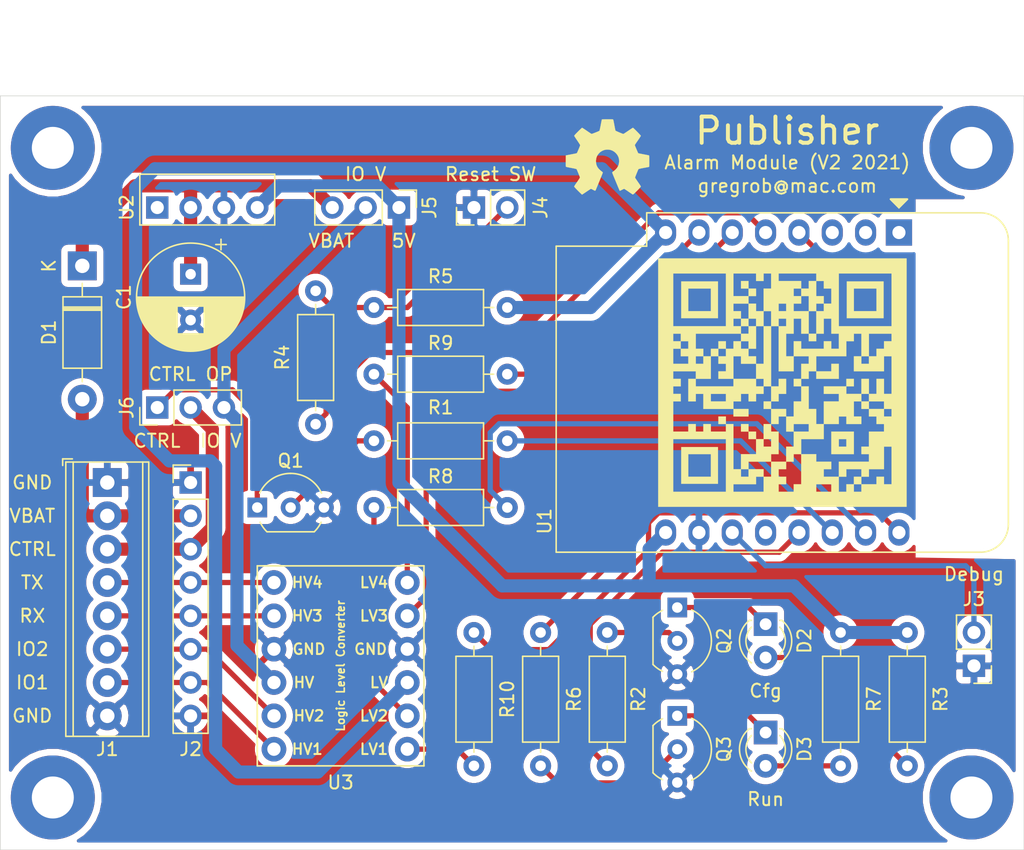
<source format=kicad_pcb>
(kicad_pcb (version 20240108) (generator "pcbnew") (generator_version "8.0")
  (layers (0 "F.Cu" signal) (31 "B.Cu" signal) (34 "B.Paste" user) (35 "F.Paste" user) (36 "B.SilkS" user "B.Silkscreen") (37 "F.SilkS" user "F.Silkscreen") (38 "B.Mask" user) (39 "F.Mask" user) (44 "Edge.Cuts" user))
  (net 0 "")
  (net 1 "Net-(Q1-Pad2)")
  (net 2 "GND")
  (net 3 "+BATT")
  (net 4 "+5V")
  (net 5 "+3V3")
  (net 6 "/DEBUG_TX")
  (net 7 "/COM_RX_LV")
  (net 8 "/COM_TX_LV")
  (net 9 "/DIG2_LV")
  (net 10 "/DIG1_LV")
  (net 11 "/VIN")
  (net 12 "/COM_RX_HV")
  (net 13 "/COM_TX_HV")
  (net 14 "/DIG2_HV")
  (net 15 "/DIG1_HV")
  (net 16 "Net-(D2-Pad2)")
  (net 17 "Net-(D2-Pad1)")
  (net 18 "Net-(D3-Pad2)")
  (net 19 "Net-(D3-Pad1)")
  (net 20 "/ALARM_CTRL_OP")
  (net 21 "Net-(Q2-Pad2)")
  (net 22 "Net-(Q3-Pad2)")
  (net 23 "/ALARM_CTRL")
  (net 24 "/CFG_LED")
  (net 25 "/RUN_LED")
  (net 26 "/RESET_SW")
  (net 27 "Net-(J4-Pad2)")
  (net 28 "Net-(R8-Pad1)")
  (net 29 "Net-(R9-Pad1)")
  (net 30 "Net-(R10-Pad1)")
  (net 31 "Net-(J6-Pad1)")
  (net 32 "/HV")
  (footprint "Package_TO_SOT_THT:TO-92_Inline_Wide" (layer "F.Cu") (at 136.525 85.725)
    (property "Reference" "Q1" (at 2.54 -3.56 0) (layer "F.SilkS"))
    (property "Value" "BC337")
    (pad "1" thru_hole rect (at 0 0) (size 1.5 1.5) (drill 0.8) (layers "*.Cu" "*.Mask") (net 31 "Net-(J6-Pad1)"))
    (pad "2" thru_hole circle (at 2.54 0) (size 1.5 1.5) (drill 0.8) (layers "*.Cu" "*.Mask") (net 1 "Net-(Q1-Pad2)"))
    (pad "3" thru_hole circle (at 5.08 0) (size 1.5 1.5) (drill 0.8) (layers "*.Cu" "*.Mask") (net 2 "GND"))
  )
  (footprint "Resistor_THT:R_Axial_DIN0207_L6.3mm_D2.5mm_P10.16mm_Horizontal" (layer "F.Cu") (at 145.415 80.645)
    (property "Reference" "R1" (at 5.08 -2.54 0) (layer "F.SilkS"))
    (property "Value" "1K")
    (pad "1" thru_hole circle (at 0 0) (size 1.6 1.6) (drill 0.8) (layers "*.Cu" "*.Mask") (net 1 "Net-(Q1-Pad2)"))
    (pad "2" thru_hole oval (at 10.16 0) (size 1.6 1.6) (drill 0.8) (layers "*.Cu" "*.Mask") (net 23 "/ALARM_CTRL"))
  )
  (footprint "Diode_THT:D_DO-41_SOD81_P10.16mm_Horizontal" (layer "F.Cu") (at 123.19 67.31 -90)
    (property "Reference" "D1" (at 5.08 2.54 90) (layer "F.SilkS"))
    (property "Value" "1N4007")
    (fp_text user "K" (at 0 2.54 90) (layer "F.SilkS"))
    (pad "1" thru_hole rect (at 0 0 270) (size 2.2 2.2) (drill 1.1) (layers "*.Cu" "*.Mask") (net 3 "+BATT"))
    (pad "2" thru_hole oval (at 10.16 0 270) (size 2.2 2.2) (drill 1.1) (layers "*.Cu" "*.Mask") (net 11 "/VIN"))
  )
  (footprint "Module:WEMOS_D1_mini_light" (layer "F.Cu") (at 185.42 64.77 -90)
    (property "Reference" "U1" (at 22 27 90) (layer "F.SilkS"))
    (property "Value" "WeMos_D1_mini")
    (pad "1" thru_hole rect (at 0 0 270) (size 2 2) (drill 1) (layers "*.Cu" "*.Mask"))
    (pad "2" thru_hole oval (at 0 2.54 270) (size 2 1.6) (drill 1) (layers "*.Cu" "*.Mask"))
    (pad "3" thru_hole oval (at 0 5.08 270) (size 2 1.6) (drill 1) (layers "*.Cu" "*.Mask"))
    (pad "4" thru_hole oval (at 0 7.62 270) (size 2 1.6) (drill 1) (layers "*.Cu" "*.Mask") (net 25 "/RUN_LED"))
    (pad "5" thru_hole oval (at 0 10.16 270) (size 2 1.6) (drill 1) (layers "*.Cu" "*.Mask") (net 26 "/RESET_SW"))
    (pad "6" thru_hole oval (at 0 12.7 270) (size 2 1.6) (drill 1) (layers "*.Cu" "*.Mask") (net 7 "/COM_RX_LV"))
    (pad "7" thru_hole oval (at 0 15.24 270) (size 2 1.6) (drill 1) (layers "*.Cu" "*.Mask") (net 8 "/COM_TX_LV"))
    (pad "8" thru_hole oval (at 0 17.78 270) (size 2 1.6) (drill 1) (layers "*.Cu" "*.Mask") (net 5 "+3V3"))
    (pad "9" thru_hole oval (at 22.86 17.78 270) (size 2 1.6) (drill 1) (layers "*.Cu" "*.Mask") (net 4 "+5V"))
    (pad "10" thru_hole oval (at 22.86 15.24 270) (size 2 1.6) (drill 1) (layers "*.Cu" "*.Mask") (net 2 "GND"))
    (pad "11" thru_hole oval (at 22.86 12.7 270) (size 2 1.6) (drill 1) (layers "*.Cu" "*.Mask") (net 6 "/DEBUG_TX"))
    (pad "12" thru_hole oval (at 22.86 10.16 270) (size 2 1.6) (drill 1) (layers "*.Cu" "*.Mask"))
    (pad "13" thru_hole oval (at 22.86 7.62 270) (size 2 1.6) (drill 1) (layers "*.Cu" "*.Mask") (net 24 "/CFG_LED"))
    (pad "14" thru_hole oval (at 22.86 5.08 270) (size 2 1.6) (drill 1) (layers "*.Cu" "*.Mask") (net 23 "/ALARM_CTRL"))
    (pad "15" thru_hole oval (at 22.86 2.54 270) (size 2 1.6) (drill 1) (layers "*.Cu" "*.Mask") (net 9 "/DIG2_LV"))
    (pad "16" thru_hole oval (at 22.86 0 270) (size 2 1.6) (drill 1) (layers "*.Cu" "*.Mask") (net 10 "/DIG1_LV"))
  )
  (footprint "Boards:SPARKFUN_LOGIC_LEVEL_CONVERTER" (layer "F.Cu") (at 142.875 97.79 180)
    (property "Reference" "U3" (at 0 -8.89 0) (layer "F.SilkS"))
    (property "Value" "Logic Level Converter" (at 0 0 90) (layer "F.SilkS") (effects (font (size 0.6096 0.6096) (thickness 0.127))))
    (fp_text user "HV4" (at 2.54 6.35 0) (layer "F.SilkS") (effects (font (size 0.8128 0.8128) (thickness 0.1524))))
    (fp_text user "HV1" (at 2.54 -6.35 0) (layer "F.SilkS") (effects (font (size 0.8128 0.8128) (thickness 0.1524))))
    (fp_text user "HV3" (at 2.54 3.81 0) (layer "F.SilkS") (effects (font (size 0.8128 0.8128) (thickness 0.1524))))
    (fp_text user "GND" (at -2.286 1.27 0) (layer "F.SilkS") (effects (font (size 0.8128 0.8128) (thickness 0.1524))))
    (fp_text user "GND" (at 2.413 1.27 0) (layer "F.SilkS") (effects (font (size 0.8128 0.8128) (thickness 0.1524))))
    (fp_text user "HV" (at 2.794 -1.27 0) (layer "F.SilkS") (effects (font (size 0.8128 0.8128) (thickness 0.1524))))
    (fp_text user "LV2" (at -2.54 -3.81 0) (layer "F.SilkS") (effects (font (size 0.8128 0.8128) (thickness 0.1524))))
    (fp_text user "LV3" (at -2.54 3.81 0) (layer "F.SilkS") (effects (font (size 0.8128 0.8128) (thickness 0.1524))))
    (fp_text user "HV2" (at 2.413 -3.81 0) (layer "F.SilkS") (effects (font (size 0.8128 0.8128) (thickness 0.1524))))
    (fp_text user "LV1" (at -2.54 -6.35 0) (layer "F.SilkS") (effects (font (size 0.8128 0.8128) (thickness 0.1524))))
    (fp_text user "LV" (at -2.921 -1.27 0) (layer "F.SilkS") (effects (font (size 0.8128 0.8128) (thickness 0.1524))))
    (fp_text user "LV4" (at -2.54 6.35 0) (layer "F.SilkS") (effects (font (size 0.8128 0.8128) (thickness 0.1524))))
    (pad "GND1" thru_hole circle (at -5.08 1.27 180) (size 1.8796 1.8796) (drill 1.016) (layers "*.Cu" "*.Mask") (net 2 "GND"))
    (pad "GND2" thru_hole circle (at 5.08 1.27 180) (size 1.8796 1.8796) (drill 1.016) (layers "*.Cu" "*.Mask") (net 2 "GND"))
    (pad "HV" thru_hole circle (at 5.08 -1.27 180) (size 1.8796 1.8796) (drill 1.016) (layers "*.Cu" "*.Mask") (net 32 "/HV"))
    (pad "HV1" thru_hole circle (at 5.08 -6.35 180) (size 1.8796 1.8796) (drill 1.016) (layers "*.Cu" "*.Mask") (net 15 "/DIG1_HV"))
    (pad "HV2" thru_hole circle (at 5.08 -3.81 180) (size 1.8796 1.8796) (drill 1.016) (layers "*.Cu" "*.Mask") (net 14 "/DIG2_HV"))
    (pad "HV3" thru_hole circle (at 5.08 3.81 180) (size 1.8796 1.8796) (drill 1.016) (layers "*.Cu" "*.Mask") (net 12 "/COM_RX_HV"))
    (pad "HV4" thru_hole circle (at 5.08 6.35 180) (size 1.8796 1.8796) (drill 1.016) (layers "*.Cu" "*.Mask") (net 13 "/COM_TX_HV"))
    (pad "LV" thru_hole circle (at -5.08 -1.27 180) (size 1.8796 1.8796) (drill 1.016) (layers "*.Cu" "*.Mask") (net 5 "+3V3"))
    (pad "LV1" thru_hole circle (at -5.08 -6.35 180) (size 1.8796 1.8796) (drill 1.016) (layers "*.Cu" "*.Mask") (net 30 "Net-(R10-Pad1)"))
    (pad "LV2" thru_hole circle (at -5.08 -3.81 180) (size 1.8796 1.8796) (drill 1.016) (layers "*.Cu" "*.Mask") (net 28 "Net-(R8-Pad1)"))
    (pad "LV3" thru_hole circle (at -5.08 3.81 180) (size 1.8796 1.8796) (drill 1.016) (layers "*.Cu" "*.Mask") (net 7 "/COM_RX_LV"))
    (pad "LV4" thru_hole circle (at -5.08 6.35 180) (size 1.8796 1.8796) (drill 1.016) (layers "*.Cu" "*.Mask") (net 29 "Net-(R9-Pad1)"))
  )
  (footprint "development boards:D24V5F5" (layer "F.Cu") (at 128.905 62.865 90)
    (property "Reference" "U2" (at 0 -2.33 90) (layer "F.SilkS"))
    (property "Value" "D24V5F5")
    (pad "1" thru_hole rect (at 0 0 90) (size 1.7 1.7) (drill 1) (layers "*.Cu" "*.Mask"))
    (pad "2" thru_hole oval (at 0 2.54 90) (size 1.7 1.7) (drill 1) (layers "*.Cu" "*.Mask") (net 3 "+BATT"))
    (pad "3" thru_hole oval (at 0 5.08 90) (size 1.7 1.7) (drill 1) (layers "*.Cu" "*.Mask") (net 2 "GND"))
    (pad "4" thru_hole oval (at 0 7.62 90) (size 1.7 1.7) (drill 1) (layers "*.Cu" "*.Mask") (net 4 "+5V"))
  )
  (footprint "MountingHole:MountingHole_3.2mm_M3_Pad" (layer "F.Cu") (at 190.945 107.82 -90)
    (property "Reference" "H2" (hide yes))
    (property "Value" "MountingHole_3.2mm_M3_Pad" (hide yes))
    (pad "1" thru_hole circle (at 0 0 270) (size 6.4 6.4) (drill 3.2) (layers "*.Cu" "*.Mask"))
  )
  (footprint "MountingHole:MountingHole_3.2mm_M3_Pad" (layer "F.Cu") (at 120.945 58.32 -90)
    (property "Reference" "H3" (hide yes))
    (property "Value" "MountingHole_3.2mm_M3_Pad" (hide yes))
    (pad "1" thru_hole circle (at 0 0 270) (size 6.4 6.4) (drill 3.2) (layers "*.Cu" "*.Mask"))
  )
  (footprint "MountingHole:MountingHole_3.2mm_M3_Pad" (layer "F.Cu") (at 120.945 107.82 -90)
    (property "Reference" "H4" (hide yes))
    (property "Value" "MountingHole_3.2mm_M3_Pad" (hide yes))
    (pad "1" thru_hole circle (at 0 0 270) (size 6.4 6.4) (drill 3.2) (layers "*.Cu" "*.Mask"))
  )
  (footprint "LED_THT:LED_D3.0mm_Clear" (layer "F.Cu") (at 175.26 94.615 -90)
    (property "Reference" "D2" (at 1.27 -2.96 90) (layer "F.SilkS"))
    (property "Value" "GREEN LED")
    (pad "1" thru_hole rect (at 0 0 270) (size 1.8 1.8) (drill 0.9) (layers "*.Cu" "*.Mask") (net 17 "Net-(D2-Pad1)"))
    (pad "2" thru_hole circle (at 2.54 0 270) (size 1.8 1.8) (drill 0.9) (layers "*.Cu" "*.Mask") (net 16 "Net-(D2-Pad2)"))
  )
  (footprint "LED_THT:LED_D3.0mm_Clear" (layer "F.Cu") (at 175.26 102.87 -90)
    (property "Reference" "D3" (at 1.27 -2.96 90) (layer "F.SilkS"))
    (property "Value" "BLUE LED")
    (pad "1" thru_hole rect (at 0 0 270) (size 1.8 1.8) (drill 0.9) (layers "*.Cu" "*.Mask") (net 19 "Net-(D3-Pad1)"))
    (pad "2" thru_hole circle (at 2.54 0 270) (size 1.8 1.8) (drill 0.9) (layers "*.Cu" "*.Mask") (net 18 "Net-(D3-Pad2)"))
  )
  (footprint "Package_TO_SOT_THT:TO-92_Inline_Wide" (layer "F.Cu") (at 168.529 93.345 -90)
    (property "Reference" "Q2" (at 2.54 -3.56 90) (layer "F.SilkS"))
    (property "Value" "BC337")
    (pad "1" thru_hole rect (at 0 0 270) (size 1.5 1.5) (drill 0.8) (layers "*.Cu" "*.Mask") (net 17 "Net-(D2-Pad1)"))
    (pad "2" thru_hole circle (at 2.54 0 270) (size 1.5 1.5) (drill 0.8) (layers "*.Cu" "*.Mask") (net 21 "Net-(Q2-Pad2)"))
    (pad "3" thru_hole circle (at 5.08 0 270) (size 1.5 1.5) (drill 0.8) (layers "*.Cu" "*.Mask") (net 2 "GND"))
  )
  (footprint "Package_TO_SOT_THT:TO-92_Inline_Wide" (layer "F.Cu") (at 168.529 101.6 -90)
    (property "Reference" "Q3" (at 2.54 -3.56 90) (layer "F.SilkS"))
    (property "Value" "BC337")
    (pad "1" thru_hole rect (at 0 0 270) (size 1.5 1.5) (drill 0.8) (layers "*.Cu" "*.Mask") (net 19 "Net-(D3-Pad1)"))
    (pad "2" thru_hole circle (at 2.54 0 270) (size 1.5 1.5) (drill 0.8) (layers "*.Cu" "*.Mask") (net 22 "Net-(Q3-Pad2)"))
    (pad "3" thru_hole circle (at 5.08 0 270) (size 1.5 1.5) (drill 0.8) (layers "*.Cu" "*.Mask") (net 2 "GND"))
  )
  (footprint "Resistor_THT:R_Axial_DIN0207_L6.3mm_D2.5mm_P10.16mm_Horizontal" (layer "F.Cu") (at 163.195 95.25 -90)
    (property "Reference" "R2" (at 5.08 -2.37 90) (layer "F.SilkS"))
    (property "Value" "1K")
    (pad "1" thru_hole circle (at 0 0 270) (size 1.6 1.6) (drill 0.8) (layers "*.Cu" "*.Mask") (net 21 "Net-(Q2-Pad2)"))
    (pad "2" thru_hole oval (at 10.16 0 270) (size 1.6 1.6) (drill 0.8) (layers "*.Cu" "*.Mask") (net 24 "/CFG_LED"))
  )
  (footprint "Resistor_THT:R_Axial_DIN0207_L6.3mm_D2.5mm_P10.16mm_Horizontal" (layer "F.Cu") (at 186.055 105.41 90)
    (property "Reference" "R3" (at 5.08 2.54 90) (layer "F.SilkS"))
    (property "Value" "160R")
    (pad "1" thru_hole circle (at 0 0 90) (size 1.6 1.6) (drill 0.8) (layers "*.Cu" "*.Mask") (net 16 "Net-(D2-Pad2)"))
    (pad "2" thru_hole oval (at 10.16 0 90) (size 1.6 1.6) (drill 0.8) (layers "*.Cu" "*.Mask") (net 4 "+5V"))
  )
  (footprint "Resistor_THT:R_Axial_DIN0207_L6.3mm_D2.5mm_P10.16mm_Horizontal" (layer "F.Cu") (at 140.97 69.215 -90)
    (property "Reference" "R4" (at 5.08 2.54 90) (layer "F.SilkS"))
    (property "Value" "47K")
    (pad "1" thru_hole circle (at 0 0 270) (size 1.6 1.6) (drill 0.8) (layers "*.Cu" "*.Mask") (net 27 "Net-(J4-Pad2)"))
    (pad "2" thru_hole oval (at 10.16 0 270) (size 1.6 1.6) (drill 0.8) (layers "*.Cu" "*.Mask") (net 26 "/RESET_SW"))
  )
  (footprint "Resistor_THT:R_Axial_DIN0207_L6.3mm_D2.5mm_P10.16mm_Horizontal" (layer "F.Cu") (at 145.415 70.485)
    (property "Reference" "R5" (at 5.08 -2.37 0) (layer "F.SilkS"))
    (property "Value" "10K")
    (pad "1" thru_hole circle (at 0 0) (size 1.6 1.6) (drill 0.8) (layers "*.Cu" "*.Mask") (net 27 "Net-(J4-Pad2)"))
    (pad "2" thru_hole oval (at 10.16 0) (size 1.6 1.6) (drill 0.8) (layers "*.Cu" "*.Mask") (net 5 "+3V3"))
  )
  (footprint "Connector_PinHeader_2.54mm:PinHeader_1x03_P2.54mm_Vertical" (layer "F.Cu") (at 147.32 62.865 -90)
    (property "Reference" "J5" (at 0 -2.33 90) (layer "F.SilkS"))
    (property "Value" "HV Select")
    (pad "1" thru_hole rect (at 0 0 270) (size 1.7 1.7) (drill 1) (layers "*.Cu" "*.Mask") (net 4 "+5V"))
    (pad "2" thru_hole oval (at 0 2.54 270) (size 1.7 1.7) (drill 1) (layers "*.Cu" "*.Mask") (net 32 "/HV"))
    (pad "3" thru_hole oval (at 0 5.08 270) (size 1.7 1.7) (drill 1) (layers "*.Cu" "*.Mask") (net 3 "+BATT"))
  )
  (footprint "Resistor_THT:R_Axial_DIN0207_L6.3mm_D2.5mm_P10.16mm_Horizontal" (layer "F.Cu") (at 158.115 105.41 90)
    (property "Reference" "R6" (at 5.08 2.54 90) (layer "F.SilkS"))
    (property "Value" "1K")
    (pad "1" thru_hole circle (at 0 0 90) (size 1.6 1.6) (drill 0.8) (layers "*.Cu" "*.Mask") (net 22 "Net-(Q3-Pad2)"))
    (pad "2" thru_hole oval (at 10.16 0 90) (size 1.6 1.6) (drill 0.8) (layers "*.Cu" "*.Mask") (net 25 "/RUN_LED"))
  )
  (footprint "Resistor_THT:R_Axial_DIN0207_L6.3mm_D2.5mm_P10.16mm_Horizontal" (layer "F.Cu") (at 180.975 105.41 90)
    (property "Reference" "R7" (at 5.08 2.54 90) (layer "F.SilkS"))
    (property "Value" "91R")
    (pad "1" thru_hole circle (at 0 0 90) (size 1.6 1.6) (drill 0.8) (layers "*.Cu" "*.Mask") (net 18 "Net-(D3-Pad2)"))
    (pad "2" thru_hole oval (at 10.16 0 90) (size 1.6 1.6) (drill 0.8) (layers "*.Cu" "*.Mask") (net 4 "+5V"))
  )
  (footprint "MountingHole:MountingHole_3.2mm_M3_Pad" (layer "F.Cu") (at 190.945 58.32 -90)
    (property "Reference" "H1" (hide yes))
    (property "Value" "MountingHole_3.2mm_M3_Pad")
    (pad "1" thru_hole circle (at 0 0 270) (size 6.4 6.4) (drill 3.2) (layers "*.Cu" "*.Mask"))
  )
  (footprint "TerminalBlock_Phoenix:TerminalBlock_Phoenix_MPT-0,5-8-2.54_1x08_P2.54mm_Horizontal" (layer "F.Cu") (at 125.095 83.82 -90)
    (property "Reference" "J1" (at 20.32 0 180) (layer "F.SilkS"))
    (property "Value" "Main Connector")
    (pad "1" thru_hole rect (at 0 0 270) (size 2.2 2.2) (drill 1.1) (layers "*.Cu" "*.Mask") (net 2 "GND"))
    (pad "2" thru_hole circle (at 2.54 0 270) (size 2.2 2.2) (drill 1.1) (layers "*.Cu" "*.Mask") (net 11 "/VIN"))
    (pad "3" thru_hole circle (at 5.08 0 270) (size 2.2 2.2) (drill 1.1) (layers "*.Cu" "*.Mask") (net 20 "/ALARM_CTRL_OP"))
    (pad "4" thru_hole circle (at 7.62 0 270) (size 2.2 2.2) (drill 1.1) (layers "*.Cu" "*.Mask") (net 13 "/COM_TX_HV"))
    (pad "5" thru_hole circle (at 10.16 0 270) (size 2.2 2.2) (drill 1.1) (layers "*.Cu" "*.Mask") (net 12 "/COM_RX_HV"))
    (pad "6" thru_hole circle (at 12.7 0 270) (size 2.2 2.2) (drill 1.1) (layers "*.Cu" "*.Mask") (net 14 "/DIG2_HV"))
    (pad "7" thru_hole circle (at 15.24 0 270) (size 2.2 2.2) (drill 1.1) (layers "*.Cu" "*.Mask") (net 15 "/DIG1_HV"))
    (pad "8" thru_hole circle (at 17.78 0 270) (size 2.2 2.2) (drill 1.1) (layers "*.Cu" "*.Mask") (net 2 "GND"))
  )
  (footprint "Connector_PinHeader_2.54mm:PinHeader_1x08_P2.54mm_Vertical" (layer "F.Cu") (at 131.445 83.82)
    (property "Reference" "J2" (at 0 20.32 0) (layer "F.SilkS"))
    (property "Value" "Main Debug")
    (pad "1" thru_hole rect (at 0 0) (size 1.7 1.7) (drill 1) (layers "*.Cu" "*.Mask") (net 2 "GND"))
    (pad "2" thru_hole oval (at 0 2.54) (size 1.7 1.7) (drill 1) (layers "*.Cu" "*.Mask") (net 11 "/VIN"))
    (pad "3" thru_hole oval (at 0 5.08) (size 1.7 1.7) (drill 1) (layers "*.Cu" "*.Mask") (net 20 "/ALARM_CTRL_OP"))
    (pad "4" thru_hole oval (at 0 7.62) (size 1.7 1.7) (drill 1) (layers "*.Cu" "*.Mask") (net 13 "/COM_TX_HV"))
    (pad "5" thru_hole oval (at 0 10.16) (size 1.7 1.7) (drill 1) (layers "*.Cu" "*.Mask") (net 12 "/COM_RX_HV"))
    (pad "6" thru_hole oval (at 0 12.7) (size 1.7 1.7) (drill 1) (layers "*.Cu" "*.Mask") (net 14 "/DIG2_HV"))
    (pad "7" thru_hole oval (at 0 15.24) (size 1.7 1.7) (drill 1) (layers "*.Cu" "*.Mask") (net 15 "/DIG1_HV"))
    (pad "8" thru_hole oval (at 0 17.78) (size 1.7 1.7) (drill 1) (layers "*.Cu" "*.Mask") (net 2 "GND"))
  )
  (footprint "Connector_PinHeader_2.54mm:PinHeader_1x02_P2.54mm_Vertical" (layer "F.Cu") (at 191.135 97.79 180)
    (property "Reference" "J3" (at 0 5.08 0) (layer "F.SilkS"))
    (property "Value" "uC Debug")
    (pad "1" thru_hole rect (at 0 0 180) (size 1.7 1.7) (drill 1) (layers "*.Cu" "*.Mask") (net 2 "GND"))
    (pad "2" thru_hole oval (at 0 2.54 180) (size 1.7 1.7) (drill 1) (layers "*.Cu" "*.Mask") (net 6 "/DEBUG_TX"))
  )
  (footprint "Connector_PinHeader_2.54mm:PinHeader_1x02_P2.54mm_Vertical" (layer "F.Cu") (at 153.035 62.865 90)
    (property "Reference" "J4" (at 0 5.08 90) (layer "F.SilkS"))
    (property "Value" "Reset Switch")
    (pad "1" thru_hole rect (at 0 0 90) (size 1.7 1.7) (drill 1) (layers "*.Cu" "*.Mask") (net 2 "GND"))
    (pad "2" thru_hole oval (at 0 2.54 90) (size 1.7 1.7) (drill 1) (layers "*.Cu" "*.Mask") (net 27 "Net-(J4-Pad2)"))
  )
  (footprint "Resistor_THT:R_Axial_DIN0207_L6.3mm_D2.5mm_P10.16mm_Horizontal" (layer "F.Cu") (at 145.415 85.725)
    (property "Reference" "R8" (at 5.08 -2.37 0) (layer "F.SilkS"))
    (property "Value" "0R")
    (pad "1" thru_hole circle (at 0 0) (size 1.6 1.6) (drill 0.8) (layers "*.Cu" "*.Mask") (net 28 "Net-(R8-Pad1)"))
    (pad "2" thru_hole oval (at 10.16 0) (size 1.6 1.6) (drill 0.8) (layers "*.Cu" "*.Mask") (net 9 "/DIG2_LV"))
  )
  (footprint "Resistor_THT:R_Axial_DIN0207_L6.3mm_D2.5mm_P10.16mm_Horizontal" (layer "F.Cu") (at 145.415 75.565)
    (property "Reference" "R9" (at 5.08 -2.37 0) (layer "F.SilkS"))
    (property "Value" "0R")
    (pad "1" thru_hole circle (at 0 0) (size 1.6 1.6) (drill 0.8) (layers "*.Cu" "*.Mask") (net 29 "Net-(R9-Pad1)"))
    (pad "2" thru_hole oval (at 10.16 0) (size 1.6 1.6) (drill 0.8) (layers "*.Cu" "*.Mask") (net 8 "/COM_TX_LV"))
  )
  (footprint "Capacitor_THT:CP_Radial_D8.0mm_P3.50mm" (layer "F.Cu") (at 131.445 67.945 -90)
    (property "Reference" "C1" (at 1.75 5.08 90) (layer "F.SilkS"))
    (property "Value" "CP")
    (pad "1" thru_hole rect (at 0 0 270) (size 1.6 1.6) (drill 0.8) (layers "*.Cu" "*.Mask") (net 3 "+BATT"))
    (pad "2" thru_hole circle (at 3.5 0 270) (size 1.6 1.6) (drill 0.8) (layers "*.Cu" "*.Mask") (net 2 "GND"))
  )
  (footprint "Resistor_THT:R_Axial_DIN0207_L6.3mm_D2.5mm_P10.16mm_Horizontal" (layer "F.Cu") (at 153.035 105.41 90)
    (property "Reference" "R10" (at 5.08 2.54 90) (layer "F.SilkS"))
    (property "Value" "0R")
    (pad "1" thru_hole circle (at 0 0 90) (size 1.6 1.6) (drill 0.8) (layers "*.Cu" "*.Mask") (net 30 "Net-(R10-Pad1)"))
    (pad "2" thru_hole oval (at 10.16 0 90) (size 1.6 1.6) (drill 0.8) (layers "*.Cu" "*.Mask") (net 10 "/DIG1_LV"))
  )
  (footprint "Connector_PinHeader_2.54mm:PinHeader_1x03_P2.54mm_Vertical" (layer "F.Cu") (at 128.905 78.105 90)
    (property "Reference" "J6" (at 0 -2.33 90) (layer "F.SilkS"))
    (property "Value" "CTRL Select")
    (pad "1" thru_hole rect (at 0 0 90) (size 1.7 1.7) (drill 1) (layers "*.Cu" "*.Mask") (net 31 "Net-(J6-Pad1)"))
    (pad "2" thru_hole oval (at 0 2.54 90) (size 1.7 1.7) (drill 1) (layers "*.Cu" "*.Mask") (net 20 "/ALARM_CTRL_OP"))
    (pad "3" thru_hole oval (at 0 5.08 90) (size 1.7 1.7) (drill 1) (layers "*.Cu" "*.Mask") (net 32 "/HV"))
  )
  (footprint "development boards:logo-publisher-github" (layer "F.Cu") (at 176.53 76.2)
    (property "Reference" "G***" (hide yes))
    (property "Value" "LOGO" (hide yes))
  )
  (footprint "development boards:logo-openhw" (layer "F.Cu") (at 163.195 59.055)
    (property "Reference" "G***" (hide yes))
    (property "Value" "LOGO" (hide yes))
  )
  (gr_line (start 194.945 54.356) (end 194.945 111.8108) (stroke (width 0.05)) (layer "Edge.Cuts"))
  (gr_line (start 194.945 111.8108) (end 116.945 111.8108) (stroke (width 0.05)) (layer "Edge.Cuts"))
  (gr_line (start 194.945 54.356) (end 116.945 54.356) (stroke (width 0.05)) (layer "Edge.Cuts"))
  (gr_line (start 116.945 54.356) (end 116.945 111.8108) (stroke (width 0.05)) (layer "Edge.Cuts"))
  (gr_text "VBAT" (at 140.335 65.405 0) (layer "F.SilkS") (effects (font (size 1 1)) (justify left)))
  (gr_text "gregrob@mac.com" (at 176.911 61.214 0) (layer "F.SilkS") (effects (font (size 1 1))))
  (gr_text "Cfg" (at 175.26 99.695 0) (layer "F.SilkS") (effects (font (size 1 1))))
  (gr_text "Run" (at 175.26 107.95 0) (layer "F.SilkS") (effects (font (size 1 1))))
  (gr_text "Debug" (at 191.135 90.805 0) (layer "F.SilkS") (effects (font (size 1 1))))
  (gr_text "Reset SW" (at 154.305 60.325 0) (layer "F.SilkS") (effects (font (size 1 1))))
  (gr_text "IO2" (at 119.38 96.52 0) (layer "F.SilkS") (effects (font (size 1 1))))
  (gr_text "GND" (at 119.38 101.6 0) (layer "F.SilkS") (effects (font (size 1 1))))
  (gr_text "IO V" (at 144.78 60.325 0) (layer "F.SilkS") (effects (font (size 1 1))))
  (gr_text "CTRL" (at 127 80.645 0) (layer "F.SilkS") (effects (font (size 1 1)) (justify left)))
  (gr_text "IO V" (at 132.08 80.645 0) (layer "F.SilkS") (effects (font (size 1 1)) (justify left)))
  (gr_text "CTRL OP" (at 131.445 75.565 0) (layer "F.SilkS") (effects (font (size 1 1))))
  (gr_text "5V" (at 146.685 65.405 0) (layer "F.SilkS") (effects (font (size 1 1)) (justify left)))
  (gr_text "Publisher" (at 176.911 57.023 0) (layer "F.SilkS") (effects (font (size 2 2) (thickness 0.3))))
  (gr_text "TX" (at 119.38 91.44 0) (layer "F.SilkS") (effects (font (size 1 1))))
  (gr_text "RX" (at 119.38 93.98 0) (layer "F.SilkS") (effects (font (size 1 1))))
  (gr_text "CTRL" (at 119.38 88.9 0) (layer "F.SilkS") (effects (font (size 1 1))))
  (gr_text "GND" (at 119.38 83.82 0) (layer "F.SilkS") (effects (font (size 1 1))))
  (gr_text "IO1" (at 119.38 99.06 0) (layer "F.SilkS") (effects (font (size 1 1))))
  (gr_text "VBAT" (at 119.38 86.36 0) (layer "F.SilkS") (effects (font (size 1 1))))
  (gr_text "Alarm Module (V2 2021)" (at 176.911 59.436 0) (layer "F.SilkS") (effects (font (size 1 1))))
  (segment (start 139.065 85.725) (end 144.145 80.645) (width 0.4) (layer "F.Cu") (net 1))
  (segment (start 144.145 80.645) (end 145.415 80.645) (width 0.4) (layer "F.Cu") (net 1))
  (segment (start 140.589999 61.214999) (end 142.24 62.865) (width 1) (layer "F.Cu") (net 3))
  (segment (start 127.185001 61.214999) (end 140.589999 61.214999) (width 1) (layer "F.Cu") (net 3))
  (segment (start 123.19 65.21) (end 127.185001 61.214999) (width 1) (layer "F.Cu") (net 3))
  (segment (start 131.445 67.945) (end 131.445 62.865) (width 1) (layer "F.Cu") (net 3))
  (segment (start 131.445 62.865) (end 131.445 61.595) (width 1) (layer "F.Cu") (net 3))
  (segment (start 123.19 67.31) (end 123.19 65.21) (width 1) (layer "F.Cu") (net 3))
  (segment (start 155.194 91.694) (end 147.32 83.82) (width 1) (layer "B.Cu") (net 4))
  (segment (start 177.419 91.694) (end 180.975 95.25) (width 1) (layer "B.Cu") (net 4))
  (segment (start 145.669999 61.214999) (end 147.32 62.865) (width 1) (layer "B.Cu") (net 4))
  (segment (start 166.389002 88.880998) (end 167.64 87.63) (width 1) (layer "B.Cu") (net 4))
  (segment (start 166.389002 91.694) (end 166.389002 88.880998) (width 1) (layer "B.Cu") (net 4))
  (segment (start 166.389002 91.694) (end 155.194 91.694) (width 1) (layer "B.Cu") (net 4))
  (segment (start 166.389002 91.694) (end 177.419 91.694) (width 1) (layer "B.Cu") (net 4))
  (segment (start 136.525 62.865) (end 138.175001 61.214999) (width 1) (layer "B.Cu") (net 4))
  (segment (start 147.32 83.82) (end 147.32 62.865) (width 1) (layer "B.Cu") (net 4))
  (segment (start 138.175001 61.214999) (end 145.669999 61.214999) (width 1) (layer "B.Cu") (net 4))
  (segment (start 180.975 95.25) (end 186.055 95.25) (width 1) (layer "B.Cu") (net 4))
  (segment (start 127.254999 61.374999) (end 127.254999 79.595001) (width 1) (layer "B.Cu") (net 5))
  (segment (start 141.135199 105.879801) (end 147.955 99.06) (width 1) (layer "B.Cu") (net 5))
  (segment (start 127.254999 79.595001) (end 129.829997 82.169999) (width 1) (layer "B.Cu") (net 5))
  (segment (start 129.829997 82.169999) (end 132.935001 82.169999) (width 1) (layer "B.Cu") (net 5))
  (segment (start 133.35 104.14) (end 135.089801 105.879801) (width 1) (layer "B.Cu") (net 5))
  (segment (start 128.715009 59.914989) (end 162.784989 59.914989) (width 1) (layer "B.Cu") (net 5))
  (segment (start 133.35 82.584998) (end 133.35 104.14) (width 1) (layer "B.Cu") (net 5))
  (segment (start 127.254999 61.374999) (end 128.715009 59.914989) (width 1) (layer "B.Cu") (net 5))
  (segment (start 155.575 70.485) (end 161.925 70.485) (width 1) (layer "B.Cu") (net 5))
  (segment (start 135.089801 105.879801) (end 141.135199 105.879801) (width 1) (layer "B.Cu") (net 5))
  (segment (start 161.925 70.485) (end 167.64 64.77) (width 1) (layer "B.Cu") (net 5))
  (segment (start 162.784989 59.914989) (end 167.64 64.77) (width 1) (layer "B.Cu") (net 5))
  (segment (start 132.935001 82.169999) (end 133.35 82.584998) (width 1) (layer "B.Cu") (net 5))
  (segment (start 190.5 90.16201) (end 175.25201 90.16201) (width 0.4) (layer "B.Cu") (net 6))
  (segment (start 175.25201 90.16201) (end 172.72 87.63) (width 0.4) (layer "B.Cu") (net 6))
  (segment (start 191.135 90.79701) (end 190.5 90.16201) (width 0.4) (layer "B.Cu") (net 6))
  (segment (start 191.135 95.25) (end 191.135 90.79701) (width 0.4) (layer "B.Cu") (net 6))
  (segment (start 160.624999 76.865001) (end 150.464999 76.865001) (width 0.4) (layer "F.Cu") (net 7))
  (segment (start 149.394801 92.540199) (end 147.955 93.98) (width 0.4) (layer "F.Cu") (net 7))
  (segment (start 172.72 64.77) (end 160.624999 76.865001) (width 0.4) (layer "F.Cu") (net 7))
  (segment (start 149.394801 77.935199) (end 149.394801 92.540199) (width 0.4) (layer "F.Cu") (net 7))
  (segment (start 150.464999 76.865001) (end 149.394801 77.935199) (width 0.4) (layer "F.Cu") (net 7))
  (segment (start 159.385 75.565) (end 170.18 64.77) (width 0.4) (layer "F.Cu") (net 8))
  (segment (start 155.575 75.565) (end 159.385 75.565) (width 0.4) (layer "F.Cu") (net 8))
  (segment (start 174.594999 79.344999) (end 182.88 87.63) (width 0.4) (layer "B.Cu") (net 9))
  (segment (start 155.575 85.725) (end 154.274999 84.424999) (width 0.4) (layer "B.Cu") (net 9))
  (segment (start 154.950999 79.344999) (end 174.594999 79.344999) (width 0.4) (layer "B.Cu") (net 9))
  (segment (start 154.274999 80.020999) (end 154.950999 79.344999) (width 0.4) (layer "B.Cu") (net 9))
  (segment (start 154.274999 84.424999) (end 154.274999 80.020999) (width 0.4) (layer "B.Cu") (net 9))
  (segment (start 158.739001 96.550001) (end 166.33999 88.949012) (width 0.4) (layer "F.Cu") (net 10))
  (segment (start 166.33999 88.949012) (end 166.33999 86.891519) (width 0.4) (layer "F.Cu") (net 10))
  (segment (start 167.101519 86.12999) (end 183.91999 86.12999) (width 0.4) (layer "F.Cu") (net 10))
  (segment (start 153.035 95.25) (end 154.335001 96.550001) (width 0.4) (layer "F.Cu") (net 10))
  (segment (start 166.33999 86.891519) (end 167.101519 86.12999) (width 0.4) (layer "F.Cu") (net 10))
  (segment (start 183.91999 86.12999) (end 185.42 87.63) (width 0.4) (layer "F.Cu") (net 10))
  (segment (start 154.335001 96.550001) (end 158.739001 96.550001) (width 0.4) (layer "F.Cu") (net 10))
  (segment (start 123.19 86.010634) (end 123.19 77.47) (width 1) (layer "F.Cu") (net 11))
  (segment (start 125.095 86.36) (end 131.445 86.36) (width 1) (layer "F.Cu") (net 11))
  (segment (start 123.539366 86.36) (end 123.19 86.010634) (width 1) (layer "F.Cu") (net 11))
  (segment (start 125.095 86.36) (end 123.539366 86.36) (width 1) (layer "F.Cu") (net 11))
  (segment (start 125.095 93.98) (end 131.445 93.98) (width 0.4) (layer "F.Cu") (net 12))
  (segment (start 131.445 93.98) (end 137.795 93.98) (width 0.4) (layer "F.Cu") (net 12))
  (segment (start 125.095 91.44) (end 131.445 91.44) (width 0.4) (layer "F.Cu") (net 13))
  (segment (start 131.445 91.44) (end 137.795 91.44) (width 0.4) (layer "F.Cu") (net 13))
  (segment (start 125.095 96.52) (end 131.445 96.52) (width 0.4) (layer "F.Cu") (net 14))
  (segment (start 132.715 96.52) (end 137.795 101.6) (width 0.4) (layer "F.Cu") (net 14))
  (segment (start 131.445 96.52) (end 132.715 96.52) (width 0.4) (layer "F.Cu") (net 14))
  (segment (start 131.445 99.06) (end 132.715 99.06) (width 0.4) (layer "F.Cu") (net 15))
  (segment (start 125.095 99.06) (end 131.445 99.06) (width 0.4) (layer "F.Cu") (net 15))
  (segment (start 132.715 99.06) (end 137.795 104.14) (width 0.4) (layer "F.Cu") (net 15))
  (segment (start 177.8 97.155) (end 186.055 105.41) (width 0.4) (layer "F.Cu") (net 16))
  (segment (start 175.26 97.155) (end 177.8 97.155) (width 0.4) (layer "F.Cu") (net 16))
  (segment (start 168.529 93.345) (end 173.99 93.345) (width 0.4) (layer "F.Cu") (net 17))
  (segment (start 173.99 93.345) (end 175.26 94.615) (width 0.4) (layer "F.Cu") (net 17))
  (segment (start 175.26 105.41) (end 180.975 105.41) (width 0.4) (layer "F.Cu") (net 18))
  (segment (start 168.529 101.6) (end 173.99 101.6) (width 0.4) (layer "F.Cu") (net 19))
  (segment (start 173.99 101.6) (end 175.26 102.87) (width 0.4) (layer "F.Cu") (net 19))
  (segment (start 133.095001 79.755001) (end 133.095001 87.249999) (width 1) (layer "F.Cu") (net 20))
  (segment (start 133.095001 87.249999) (end 131.445 88.9) (width 1) (layer "F.Cu") (net 20))
  (segment (start 131.445 88.9) (end 125.095 88.9) (width 1) (layer "F.Cu") (net 20))
  (segment (start 131.445 78.105) (end 133.095001 79.755001) (width 1) (layer "F.Cu") (net 20))
  (segment (start 163.195 95.25) (end 167.894 95.25) (width 0.4) (layer "F.Cu") (net 21))
  (segment (start 167.894 95.25) (end 168.529 95.885) (width 0.4) (layer "F.Cu") (net 21))
  (segment (start 159.415001 106.710001) (end 165.958999 106.710001) (width 0.4) (layer "F.Cu") (net 22))
  (segment (start 158.115 105.41) (end 159.415001 106.710001) (width 0.4) (layer "F.Cu") (net 22))
  (segment (start 165.958999 106.710001) (end 168.529 104.14) (width 0.4) (layer "F.Cu") (net 22))
  (segment (start 155.575 80.645) (end 173.355 80.645) (width 0.4) (layer "B.Cu") (net 23))
  (segment (start 173.355 80.645) (end 180.34 87.63) (width 0.4) (layer "B.Cu") (net 23))
  (segment (start 177.8 87.63) (end 176.29999 89.13001) (width 0.4) (layer "F.Cu") (net 24))
  (segment (start 167.390988 89.13001) (end 161.894999 94.625999) (width 0.4) (layer "F.Cu") (net 24))
  (segment (start 176.29999 89.13001) (end 167.390988 89.13001) (width 0.4) (layer "F.Cu") (net 24))
  (segment (start 161.894999 104.109999) (end 163.195 105.41) (width 0.4) (layer "F.Cu") (net 24))
  (segment (start 161.894999 94.625999) (end 161.894999 104.109999) (width 0.4) (layer "F.Cu") (net 24))
  (segment (start 166.811566 85.42998) (end 184.44502 85.42998) (width 0.4) (layer "F.Cu") (net 25))
  (segment (start 158.115 95.25) (end 165.63998 87.72502) (width 0.4) (layer "F.Cu") (net 25))
  (segment (start 179.705 66.675) (end 177.8 64.77) (width 0.4) (layer "F.Cu") (net 25))
  (segment (start 165.63998 87.72502) (end 165.63998 86.601566) (width 0.4) (layer "F.Cu") (net 25))
  (segment (start 185.42 84.455) (end 185.42 68.58) (width 0.4) (layer "F.Cu") (net 25))
  (segment (start 184.44502 85.42998) (end 185.42 84.455) (width 0.4) (layer "F.Cu") (net 25))
  (segment (start 183.515 66.675) (end 179.705 66.675) (width 0.4) (layer "F.Cu") (net 25))
  (segment (start 165.63998 86.601566) (end 166.811566 85.42998) (width 0.4) (layer "F.Cu") (net 25))
  (segment (start 185.42 68.58) (end 183.515 66.675) (width 0.4) (layer "F.Cu") (net 25))
  (segment (start 175.26 64.77) (end 174.758491 64.77) (width 0.4) (layer "F.Cu") (net 26))
  (segment (start 156.457509 73.914) (end 167.101519 63.26999) (width 0.4) (layer "F.Cu") (net 26))
  (segment (start 141.769999 77.285999) (end 145.141998 73.914) (width 0.4) (layer "F.Cu") (net 26))
  (segment (start 145.141998 73.914) (end 156.457509 73.914) (width 0.4) (layer "F.Cu") (net 26))
  (segment (start 173.75999 63.26999) (end 175.26 64.77) (width 0.4) (layer "F.Cu") (net 26))
  (segment (start 167.101519 63.26999) (end 173.75999 63.26999) (width 0.4) (layer "F.Cu") (net 26))
  (segment (start 141.769999 78.575001) (end 141.769999 77.285999) (width 0.4) (layer "F.Cu") (net 26))
  (segment (start 140.97 79.375) (end 141.769999 78.575001) (width 0.4) (layer "F.Cu") (net 26))
  (segment (start 155.575 62.925002) (end 155.575 62.865) (width 0.4) (layer "F.Cu") (net 27))
  (segment (start 142.24 70.485) (end 140.97 69.215) (width 0.4) (layer "F.Cu") (net 27))
  (segment (start 147.955 70.485) (end 145.415 70.485) (width 0.4) (layer "F.Cu") (net 27))
  (segment (start 145.415 70.485) (end 142.24 70.485) (width 0.4) (layer "F.Cu") (net 27))
  (segment (start 155.575 62.865) (end 147.955 70.485) (width 0.4) (layer "F.Cu") (net 27))
  (segment (start 147.955 101.6) (end 145.415 99.06) (width 0.4) (layer "F.Cu") (net 28))
  (segment (start 145.415 99.06) (end 145.415 85.725) (width 0.4) (layer "F.Cu") (net 28))
  (segment (start 147.955 78.105) (end 145.415 75.565) (width 0.4) (layer "F.Cu") (net 29))
  (segment (start 147.955 91.44) (end 147.955 78.105) (width 0.4) (layer "F.Cu") (net 29))
  (segment (start 151.765 104.14) (end 153.035 105.41) (width 0.4) (layer "F.Cu") (net 30))
  (segment (start 147.955 104.14) (end 151.765 104.14) (width 0.4) (layer "F.Cu") (net 30))
  (segment (start 136.525 78.646998) (end 136.525 85.725) (width 0.4) (layer "F.Cu") (net 31))
  (segment (start 130.255001 76.754999) (end 134.633001 76.754999) (width 0.4) (layer "F.Cu") (net 31))
  (segment (start 128.905 78.105) (end 130.255001 76.754999) (width 0.4) (layer "F.Cu") (net 31))
  (segment (start 134.633001 76.754999) (end 136.525 78.646998) (width 0.4) (layer "F.Cu") (net 31))
  (segment (start 134.974999 79.094999) (end 134.974999 96.239999) (width 1) (layer "B.Cu") (net 32))
  (segment (start 134.974999 96.239999) (end 137.795 99.06) (width 1) (layer "B.Cu") (net 32))
  (segment (start 133.985 78.105) (end 134.974999 79.094999) (width 1) (layer "B.Cu") (net 32))
  (segment (start 133.985 73.66) (end 133.985 78.105) (width 1) (layer "B.Cu") (net 32))
  (segment (start 144.78 62.865) (end 133.985 73.66) (width 1) (layer "B.Cu") (net 32))
  (zone (net 2) (net_name "GND") (layer "F.Cu") (connect_pads (clearance 0.508)) (min_thickness 0.254) (fill yes (thermal_gap 0.508) (thermal_bridge_width 0.508) (smoothing chamfer) (radius 4))
    (polygon (pts (xy 194.31 111.252) (xy 117.602 111.252) (xy 117.602 55.118) (xy 194.31 55.118)))
  )
  (zone (net 0) (net_name "") (layers "F&B.Cu") (connect_pads (clearance 0)) (min_thickness 0.254)
    (keepout (tracks not_allowed) (vias not_allowed) (pads allowed) (copperpour not_allowed) (footprints allowed))
    (fill (thermal_gap 0.508) (thermal_bridge_width 0.508))
    (polygon (pts (xy 194.31 89.662) (xy 186.69 89.535) (xy 186.69 62.23) (xy 194.31 62.23)))
  )
  (zone (net 2) (net_name "GND") (layer "B.Cu") (connect_pads (clearance 0.508)) (min_thickness 0.254) (fill yes (thermal_gap 0.508) (thermal_bridge_width 0.508) (smoothing chamfer) (radius 4))
    (polygon (pts (xy 194.31 111.252) (xy 117.602 111.252) (xy 117.602 55.118) (xy 194.31 55.118)))
  )
)
</source>
